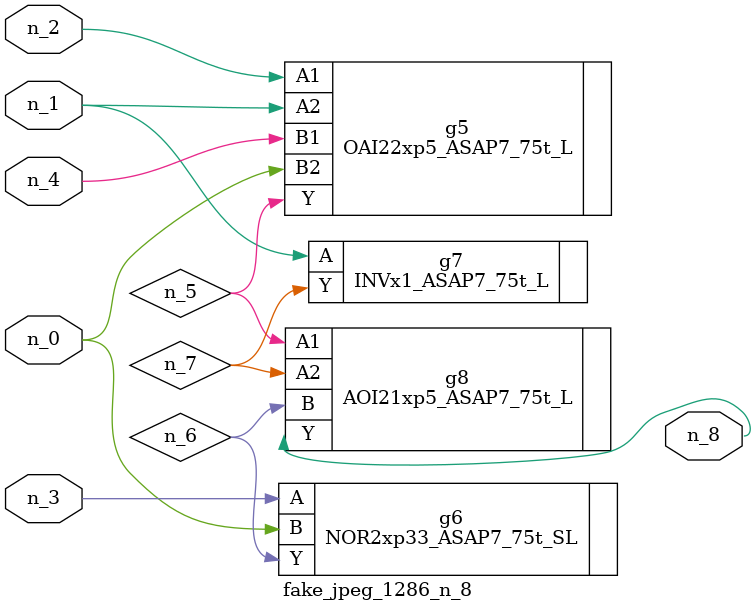
<source format=v>
module fake_jpeg_1286_n_8 (n_3, n_2, n_1, n_0, n_4, n_8);

input n_3;
input n_2;
input n_1;
input n_0;
input n_4;

output n_8;

wire n_6;
wire n_5;
wire n_7;

OAI22xp5_ASAP7_75t_L g5 ( 
.A1(n_2),
.A2(n_1),
.B1(n_4),
.B2(n_0),
.Y(n_5)
);

NOR2xp33_ASAP7_75t_SL g6 ( 
.A(n_3),
.B(n_0),
.Y(n_6)
);

INVx1_ASAP7_75t_L g7 ( 
.A(n_1),
.Y(n_7)
);

AOI21xp5_ASAP7_75t_L g8 ( 
.A1(n_5),
.A2(n_7),
.B(n_6),
.Y(n_8)
);


endmodule
</source>
